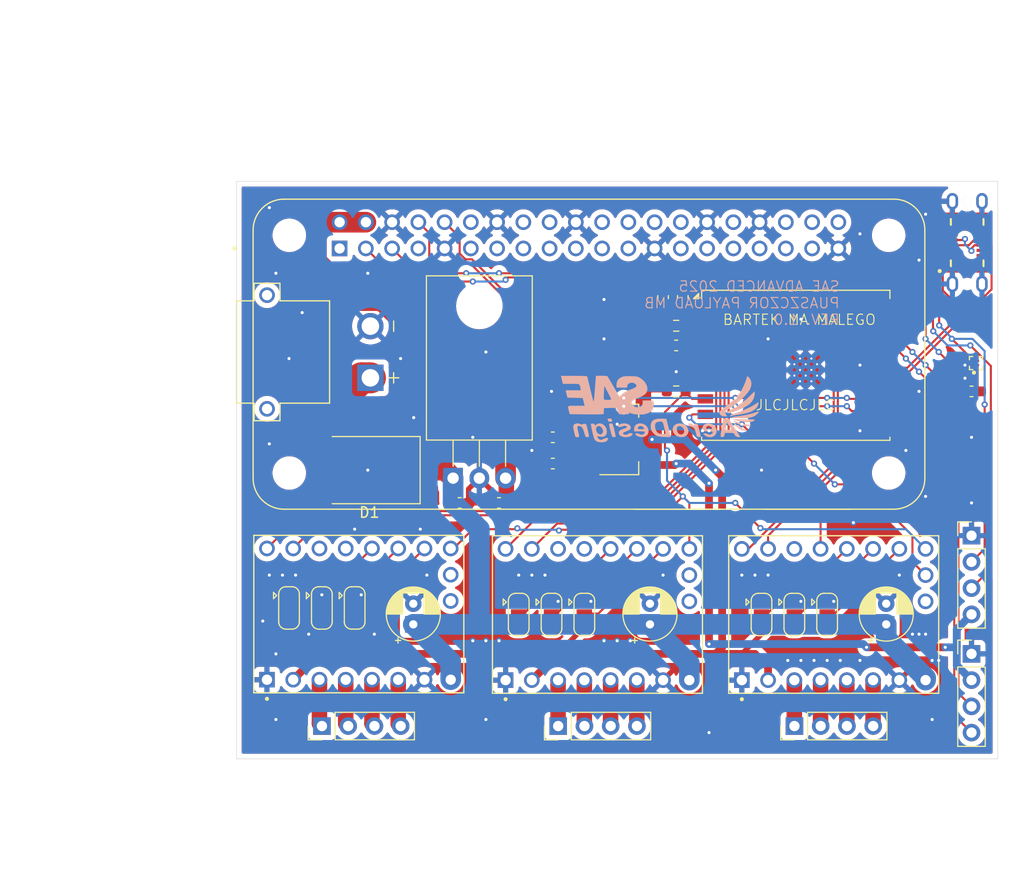
<source format=kicad_pcb>
(kicad_pcb
	(version 20240108)
	(generator "pcbnew")
	(generator_version "8.0")
	(general
		(thickness 1.6)
		(legacy_teardrops no)
	)
	(paper "A4")
	(layers
		(0 "F.Cu" signal)
		(31 "B.Cu" signal)
		(32 "B.Adhes" user "B.Adhesive")
		(33 "F.Adhes" user "F.Adhesive")
		(34 "B.Paste" user)
		(35 "F.Paste" user)
		(36 "B.SilkS" user "B.Silkscreen")
		(37 "F.SilkS" user "F.Silkscreen")
		(38 "B.Mask" user)
		(39 "F.Mask" user)
		(40 "Dwgs.User" user "User.Drawings")
		(41 "Cmts.User" user "User.Comments")
		(42 "Eco1.User" user "User.Eco1")
		(43 "Eco2.User" user "User.Eco2")
		(44 "Edge.Cuts" user)
		(45 "Margin" user)
		(46 "B.CrtYd" user "B.Courtyard")
		(47 "F.CrtYd" user "F.Courtyard")
		(48 "B.Fab" user)
		(49 "F.Fab" user)
		(50 "User.1" user)
		(51 "User.2" user)
		(52 "User.3" user)
		(53 "User.4" user)
		(54 "User.5" user)
		(55 "User.6" user)
		(56 "User.7" user)
		(57 "User.8" user)
		(58 "User.9" user)
	)
	(setup
		(pad_to_mask_clearance 0)
		(allow_soldermask_bridges_in_footprints no)
		(pcbplotparams
			(layerselection 0x00010fc_ffffffff)
			(plot_on_all_layers_selection 0x0000000_00000000)
			(disableapertmacros no)
			(usegerberextensions no)
			(usegerberattributes yes)
			(usegerberadvancedattributes yes)
			(creategerberjobfile yes)
			(dashed_line_dash_ratio 12.000000)
			(dashed_line_gap_ratio 3.000000)
			(svgprecision 4)
			(plotframeref no)
			(viasonmask no)
			(mode 1)
			(useauxorigin no)
			(hpglpennumber 1)
			(hpglpenspeed 20)
			(hpglpendiameter 15.000000)
			(pdf_front_fp_property_popups yes)
			(pdf_back_fp_property_popups yes)
			(dxfpolygonmode yes)
			(dxfimperialunits yes)
			(dxfusepcbnewfont yes)
			(psnegative no)
			(psa4output no)
			(plotreference yes)
			(plotvalue yes)
			(plotfptext yes)
			(plotinvisibletext no)
			(sketchpadsonfab no)
			(subtractmaskfromsilk no)
			(outputformat 1)
			(mirror no)
			(drillshape 1)
			(scaleselection 1)
			(outputdirectory "")
		)
	)
	(net 0 "")
	(net 1 "GND")
	(net 2 "Net-(U2-EN)")
	(net 3 "+3.3V")
	(net 4 "VBAT")
	(net 5 "+5V")
	(net 6 "Net-(D1-A)")
	(net 7 "/ESP32/RC_RX")
	(net 8 "/ESP32/RC_TX")
	(net 9 "/ESP32/USB_DP")
	(net 10 "unconnected-(J3-CC2-PadB5)")
	(net 11 "unconnected-(J3-SBU1-PadA8)")
	(net 12 "/ESP32/USB_DN")
	(net 13 "unconnected-(J3-CC1-PadA5)")
	(net 14 "unconnected-(J3-VBUS_A-PadA4)")
	(net 15 "unconnected-(J3-VBUS_B-PadB4)")
	(net 16 "unconnected-(J3-VBUS_B-PadB4)_1")
	(net 17 "unconnected-(J3-VBUS_A-PadA4)_1")
	(net 18 "unconnected-(J3-SBU2-PadB8)")
	(net 19 "Net-(J6-Pin_1)")
	(net 20 "Net-(J6-Pin_2)")
	(net 21 "Net-(J6-Pin_3)")
	(net 22 "Net-(J6-Pin_4)")
	(net 23 "Net-(J8-Pin_1)")
	(net 24 "Net-(J8-Pin_4)")
	(net 25 "Net-(J8-Pin_3)")
	(net 26 "Net-(J8-Pin_2)")
	(net 27 "Net-(J10-Pin_1)")
	(net 28 "Net-(J10-Pin_3)")
	(net 29 "Net-(J10-Pin_4)")
	(net 30 "Net-(J10-Pin_2)")
	(net 31 "/StepStick1/MS3")
	(net 32 "/StepStick2/MS3")
	(net 33 "/StepStick3/MS3")
	(net 34 "/ESP32/MOT3_DIR")
	(net 35 "/ESP_RX")
	(net 36 "/ESP32/MOT3_STP")
	(net 37 "/ESP_TX")
	(net 38 "/ESP32/MOT1_DIR")
	(net 39 "/ESP32/MOT1_STP")
	(net 40 "/ESP32/MOT2_DIR")
	(net 41 "/ESP32/MOT2_STP")
	(net 42 "unconnected-(U3-GPIO4{slash}GPIO_GCLK-Pad7)")
	(net 43 "unconnected-(U3-GPIO5-Pad29)")
	(net 44 "unconnected-(U3-GPIO11{slash}SPI_SCLK-Pad23)")
	(net 45 "unconnected-(U3-GPIO19-Pad35)")
	(net 46 "unconnected-(U3-GPIO7{slash}SPI_~{CE1}-Pad26)")
	(net 47 "unconnected-(U3-3V3_17-Pad17)")
	(net 48 "unconnected-(U3-GPIO10{slash}SPI_MOSI-Pad19)")
	(net 49 "unconnected-(U3-GPIO26-Pad37)")
	(net 50 "unconnected-(U3-GPIO20-Pad38)")
	(net 51 "unconnected-(U3-GPIO24{slash}GPIO_GEN5-Pad18)")
	(net 52 "unconnected-(U3-GPIO12-Pad32)")
	(net 53 "unconnected-(U3-ID_SC-Pad28)")
	(net 54 "unconnected-(U3-GPIO27{slash}GPIO_GEN2-Pad13)")
	(net 55 "unconnected-(U3-3V3_1-Pad1)")
	(net 56 "unconnected-(U3-GPIO17{slash}GPIO_GEN0-Pad11)")
	(net 57 "unconnected-(U3-GPIO6-Pad31)")
	(net 58 "unconnected-(U3-GPIO13-Pad33)")
	(net 59 "unconnected-(U3-ID_SD-Pad27)")
	(net 60 "unconnected-(U3-GPIO18{slash}GPIO_GEN1-Pad12)")
	(net 61 "unconnected-(U3-GPIO23{slash}GPIO_GEN4-Pad16)")
	(net 62 "unconnected-(U3-GPIO25{slash}GPIO_GEN6-Pad22)")
	(net 63 "unconnected-(U3-GPIO9{slash}SPI_MISO-Pad21)")
	(net 64 "unconnected-(U3-GPIO22{slash}GPIO_GEN3-Pad15)")
	(net 65 "unconnected-(U3-GPIO8{slash}SPI_~{CE0}-Pad24)")
	(net 66 "unconnected-(U3-GPIO21-Pad40)")
	(net 67 "unconnected-(U3-GPIO16-Pad36)")
	(net 68 "/StepStick1/MS2")
	(net 69 "/StepStick2/MS2")
	(net 70 "/StepStick3/MS2")
	(net 71 "/StepStick1/MS1")
	(net 72 "/StepStick2/MS1")
	(net 73 "/StepStick3/MS1")
	(net 74 "/EN")
	(net 75 "/ESP32/DIAG")
	(net 76 "/ESP32/UART")
	(net 77 "/StepStick2/DIAG")
	(net 78 "unconnected-(U8-INDEX-Pad17)")
	(net 79 "/StepStick2/UART")
	(net 80 "/StepStick3/UART")
	(net 81 "unconnected-(U8-PDN-Pad11)")
	(net 82 "/StepStick3/DIAG")
	(net 83 "unconnected-(U9-INDEX-Pad17)")
	(net 84 "unconnected-(U9-PDN-Pad11)")
	(net 85 "unconnected-(U10-PDN-Pad11)")
	(net 86 "unconnected-(U10-INDEX-Pad17)")
	(net 87 "/I2C_SDA")
	(net 88 "/I2C_SCL")
	(footprint "Capacitor_THT:CP_Radial_D5.0mm_P2.00mm" (layer "F.Cu") (at 111.76 60.645113 90))
	(footprint "Connector_PinHeader_2.54mm:PinHeader_1x04_P2.54mm_Vertical" (layer "F.Cu") (at 80.02 70.485 90))
	(footprint "USB4145-03-0070-C_REVA2:GCT_USB4145-03-0070-C_REVA2" (layer "F.Cu") (at 119.595 23.705 90))
	(footprint "Capacitor_SMD:C_0603_1608Metric_Pad1.08x0.95mm_HandSolder" (layer "F.Cu") (at 79.5 42.545 180))
	(footprint "Capacitor_THT:CP_Radial_D5.0mm_P2.00mm" (layer "F.Cu") (at 66 60.645113 90))
	(footprint "Jumper:SolderJumper-3_P1.3mm_Open_RoundedPad1.0x1.5mm" (layer "F.Cu") (at 76.2 59.69 -90))
	(footprint "TMC2209_SILENTSTEPSTICK:MODULE_TMC2209_SILENTSTEPSTICK" (layer "F.Cu") (at 106.68 59.69 90))
	(footprint "Connector_PinHeader_2.54mm:PinHeader_1x04_P2.54mm_Vertical" (layer "F.Cu") (at 120.015 52.06))
	(footprint "Connector_PinHeader_2.54mm:PinHeader_1x04_P2.54mm_Vertical" (layer "F.Cu") (at 57.16 70.485 90))
	(footprint "Jumper:SolderJumper-3_P1.3mm_Open_RoundedPad1.0x1.5mm" (layer "F.Cu") (at 82.55 59.69 -90))
	(footprint "Jumper:SolderJumper-3_P1.3mm_Open_RoundedPad1.0x1.5mm" (layer "F.Cu") (at 60.325 59.055 -90))
	(footprint "Capacitor_SMD:C_0603_1608Metric_Pad1.08x0.95mm_HandSolder" (layer "F.Cu") (at 79.5 45.085 180))
	(footprint "Resistor_SMD:R_0603_1608Metric_Pad0.98x0.95mm_HandSolder" (layer "F.Cu") (at 91.44 31.75 180))
	(footprint "Capacitor_SMD:C_0603_1608Metric_Pad1.08x0.95mm_HandSolder" (layer "F.Cu") (at 91.44 33.655))
	(footprint "TMC2209_SILENTSTEPSTICK:MODULE_TMC2209_SILENTSTEPSTICK" (layer "F.Cu") (at 83.82 59.69 90))
	(footprint "Jumper:SolderJumper-3_P1.3mm_Open_RoundedPad1.0x1.5mm" (layer "F.Cu") (at 106.045 59.69 -90))
	(footprint "Capacitor_SMD:C_0603_1608Metric_Pad1.08x0.95mm_HandSolder" (layer "F.Cu") (at 70.485 48.895))
	(footprint "XT30PW-M:AMASS_XT30PW-M" (layer "F.Cu") (at 51.84775 34.29 90))
	(footprint "Capacitor_THT:CP_Radial_D5.0mm_P2.00mm" (layer "F.Cu") (at 88.9 60.645113 90))
	(footprint "RF_Module:ESP32-C3-WROOM-02U"
		(layer "F.Cu")
		(uuid "7d133794-d282-44db-8181-64eadaededf6")
		(at 103.01 35.825)
		(descr "RF Module, ESP32-C3 WROOM-02 , Wi-Fi and Bluetooth, BLE, external antenna, https://www.espressif.com/sites/default/files/documentation/esp32-c3-wroom-02_datasheet_en.pdf")
		(tags "ESP32-C3 WROOM-02 espressif")
		(property "Reference" "U2"
			(at 0 -8.3 0)
			(layer "F.SilkS")
			(hide yes)
			(uuid "903a90cf-fe27-450b-bcf3-affbec1048c1")
			(effects
				(font
					(size 1 1)
					(thickness 0.15)
				)
			)
		)
		(property "Value" "ESP32-C3-WROOM-02U"
			(at 0 8 0)
			(layer "F.Fab")
			(uuid "3ece8b20-3201-4e38-addd-0ea5d3f9f80d")
			(effects
				(font
					(size 1 1)
					(thickness 0.15)
				)
			)
		)
		(property "Footprint" "RF_Module:ESP32-C3-WROOM-02U"
			(at 0 0 0)
			(unlocked yes)
			(layer "F.Fab")
			(hide yes)
			(uuid "64b0338d-ffa7-4568-bc67-fcc985486818")
			(effects
				(font
					(size 1.27 1.27)
					(thickness 0.15)
				)
			)
		)
		(property "Datasheet" "https://www.espressif.com/sites/default/files/documentation/esp32-c3-wroom-02_datasheet_en.pdf"
			(at 0 0 0)
			(unlocked yes)
			(layer "F.Fab")
			(hide yes)
			(uuid "4ffc55e8-e7bf-4442-a828-79f3cbec8289")
			(effects
				(font
					(size 1.27 1.27)
					(thickness 0.15)
				)
			)
		)
		(property "Description" "802.11 b/g/n Wi­Fi and Bluetooth 5 module, ESP32­C3 SoC, RISC­V microprocessor, On-board antenna"
			(at 0 0 0)
			(unlocked yes)
			(layer "F.Fab")
			(hide yes)
			(uuid "14c2c1f9-fe7e-4d9d-887f-9125ff43370a")
			(effects
				(font
					(size 1.27 1.27)
					(thickness 0.15)
				)
			)
		)
		(property ki_fp_filters "ESP32?C3*WROOM?02U*")
		(path "/348c2d24-5e7f-486d-b55e-6eb4251a88d6/42f8828d-a09a-42b2-9d96-e035af1ec088")
		(sheetname "ESP32")
		(sheetfile "ESP32.kicad_sch")
		(attr smd)
		(fp_line
			(start -9.11 -7.51)
			(end -9.11 -6.71)
			(stroke
				(width 0.12)
				(type solid)
			)
			(layer "F.SilkS")
			(uuid "db14ddf0-78b6-4b10-a7be-48c67dbdd177")
		)
		(fp_line
			(start -9.11 -7.51)
			(end 9.11 -7.51)
			(stroke
				(width 0.12)
				(type solid)
			)
			(layer "F.SilkS")
			(uuid "efdc63cd-efef-43da-8e60-cdb3c028f0ae")
		)
		(fp_line
			(start -9.11 6.71)
			(end -9.11 7.01)
			(stroke
				(width 0.12)
				(type solid)
			)
			(layer "F.SilkS")
			(uuid "54ff795c-dca7-4365-bb9f-876975a96da7")
		)
		(fp_line
			(start -9.11 7.01)
			(end 9.11 7.01)
			(stroke
				(width 0.12)
				(type solid)
			)
			(layer "F.SilkS")
			(uuid "503e59b5-c21c-4683-b3a9-d810b57a0c85")
		)
		(fp_line
			(start 9.11 -7.51)
			(end 9.11 -6.71)
			(stroke
				(width 0.12)
				(type solid)
			)
			(layer "F.SilkS")
			(uuid "7cf320db-9c38-4365-993b-5c258b208530")
		)
		(fp_line
			(start 9.11 6.71)
			(end 9.11 7.01)
			(stroke
				(width 0.12)
				(type solid)
			)
			(layer "F.SilkS")
			(uuid "9aa12289-4d4a-4c9b-92bc-2e7a0a79a519")
		)
		(fp_poly
			(pts
				(xy -9.4 -6.7) (xy -9.9 -6.7) (xy -9.4 -7.2) (xy -9.4 -6.7)
			)
			(stroke
				(width 0.12)
				(type solid)
			)
			(fill solid)
			(layer "F.SilkS")
			(uuid "9c4e4b18-6ec0-4cd5-b80b-c1bb1b596b6c")
		)
		(fp_line
			(start -9.75 -7.65)
			(end 9.75 -7.65)
			(stroke
				(width 0.05)
				(type solid)
			)
			(layer "F.CrtYd")
			(uuid "97974186-f8bd-498f-bb3e-cd4a47bbcd73")
		)
		(fp_line
			(start -9.75 7.15)
			(end -9.75 -7.65)
			(stroke
				(width 0.05)
				(type solid)
			)
			(layer "F.CrtYd")
			(uuid "7b2230e5-f2b7-49da-a285-727c92e9d8b7")
		)
		(fp_line
			(start -9.75 7.15)
			(end 9.75 7.15)
			(stroke
				(width 0.05)
				(type solid)
			)
			(layer "F.CrtYd")
			(uuid "4f7852b4-5354-4537-8bec-05d75dbedee3")
		)
		(fp_line
			(start 9.75 -7.65)
			(end 9.75 7.15)
			(stroke
				(width 0.05)
				(type solid)
			)
			(layer "F.CrtYd")
			(uuid "71ba1577-c2f7-4637-b0ed-3d632418b3b9")
		)
		(fp_line
			(start -9 -7.4)
			(end -9 -6.5)
			(stroke
				(width 0.1)
				(type solid)
			)
			(layer "F.Fab")
			(uuid "029f5b06-240f-4772-9e0c-6fc519b24ca8")
		)
		(fp_line
			(start -9 -7.4)
			(end 9 -7.4)
			(stroke
				(width 0.1)
				(type solid)
			)
			(layer "F.Fab")
			(uuid "98baacb8-8734-40a8-8831-0be835169287")
		)
		(fp_line
			(start -9 -6.5)
			(end -8.5 -6)
			(stroke
				(width 0.1)
				(type solid)
			)
			(layer "F.Fab")
			(uuid "c2fb3715-8ff8-48d6-9615-682a939424bb")
		)
		(fp_line
			(start -9 -5.5)
			(end -9 6.9)
			(stroke
				(width 0.1)
				(type solid)
			)
			(layer "F.Fab")
			(uuid "39af6b1e-d261-4ddf-a725-6b7b0c1b40b6")
		)
		(fp_line
			(start -9 6.9)
			(end 9 6.9)
			(stroke
				(width 0.1)
				(type solid)
			)
			(layer "F.Fab")
			(uuid "6d4c49b9-d801-4bc2-b62a-f8093afddcfe")
		)
		(fp_line
			(start -8.5 -6)
			(end -9 -5.5)
			(stroke
				(width 0.1)
				(type solid)
			)
			(layer "F.Fab")
			(uuid "1aca23fc-8216-4316-9a78-3dcda1b8cf82")
		)
		(fp_line
			(start 9 6.9)
			(end 9 -7.4)
			(stroke
				(width 0.1)
				(type solid)
			)
			(layer "F.Fab")
			(uuid "b17b9426-ebb1-445c-aa90-488506cc47f8")
		)
		(fp_text user "${REFERENCE}"
			(at 0 0 0)
			(layer "F.Fab")
			(uuid "37c009c2-b474-4c3b-b950-1825b0aa3e9e")
			(effects
				(font
					(size 1 1)
					(thickness 0.15)
				)
			)
		)
		(pad "" smd rect
			(at -0.14 -0.9)
			(size 0.7 0.7)
			(layers "F.Paste")
			(uuid "d042a14d-918c-4f2a-9101-275236ecde86")
		)
		(pad "" smd rect
			(at -0.14 0.2)
			(size 0.7 0.7)
			(layers "F.Paste")
			(uuid "eb47728b-27e0-466d-80c0-deba5a015fd6")
		)
		(pad "" smd rect
			(at -0.14 1.3)
			(size 0.7 0.7)
			(layers "F.Paste")
			(uuid "48a5ae72-d794-4218-a465-8480eee6c4d6")
		)
		(pad "" smd rect
			(at 0.96 -0.9)
			(size 0.7 0.7)
			(layers "F.Paste")
			(uuid "51fb8e9d-9b40-4b5f-830f-ba57a33365da")
		)
		(pad "" smd rect
			(at 0.96 0.2)
			(size 0.7 0.7)
			(layers "F.Paste")
			(uuid "ccb10afb-1764-4018-9ce7-8ed624eec79c")
		)
		(pad "" smd rect
			(at 0.96 1.3)
			(size 0.7 0.7)
			(layers "F.Paste")
			(uuid "da9a2f3d-7b15-43a2-9539-67a9e68d0916")
		)
		(pad "" smd rect
			(at 2.06 -0.9)
			(size 0.7 0.7)
			(layers "F.Paste")
			(uuid "c613057f-8c43-4366-983a-2010ec766dca")
		)
		(pad "" smd rect
			(at 2.06 0.2)
			(size 0.7 0.7)
			(layers "F.Paste")
			(uuid "40610b1d-8c9e-43d6-910f-3f35c683dc00")
		)
		(pad "" smd rect
			(at 2.06 1.3)
			(size 0.7 0.7)
			(layers "F.Paste")
			(uuid "247b52f5-4ef0-475f-b106-26af585b55db")
	
... [711329 chars truncated]
</source>
